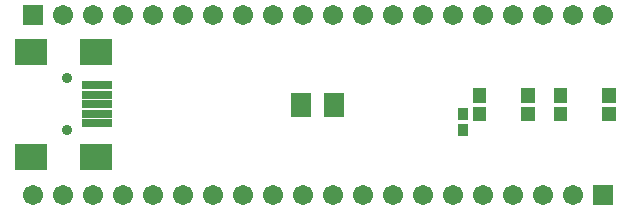
<source format=gts>
G04 DipTrace Beta 2.3.5.2*
%INSolder_Stop_Mask_Top-GMaple-mini.GTS*%
%MOIN*%
%ADD42C,0.0354*%
%ADD48R,0.0356X0.0435*%
%ADD52R,0.1065X0.0868*%
%ADD54R,0.0986X0.0277*%
%ADD56C,0.0671*%
%ADD60R,0.0671X0.0671*%
%ADD64R,0.071X0.0789*%
%FSLAX44Y44*%
G04*
G70*
G90*
G75*
G01*
%LNTopMask*%
%LPD*%
D64*
X13539Y7540D3*
X14641D3*
D60*
X4590Y10540D3*
D56*
X5590D3*
X6590D3*
X7590D3*
X8590D3*
X9590D3*
X10590D3*
X11590D3*
X12590D3*
X13590D3*
X14590D3*
X15590D3*
X16590D3*
X17590D3*
X18590D3*
X19590D3*
X20590D3*
X21590D3*
X22590D3*
X23590D3*
D60*
Y4540D3*
D56*
X22590D3*
X21590D3*
X20590D3*
X19590D3*
X18590D3*
X17590D3*
X16590D3*
X15590D3*
X14590D3*
X13590D3*
X12590D3*
X11590D3*
X10590D3*
X9590D3*
X8590D3*
X7590D3*
X6590D3*
X5590D3*
X4590D3*
D54*
X6740Y8190D3*
Y7875D3*
Y7560D3*
Y7245D3*
Y6930D3*
D52*
X6701Y9312D3*
Y5808D3*
X4535Y9312D3*
Y5808D3*
D42*
X5717Y8426D3*
Y6694D3*
D48*
X18940Y6714D3*
Y7226D3*
G36*
X23580Y8092D2*
X24015D1*
Y7618D1*
X23580D1*
Y8092D1*
G37*
G36*
X21966D2*
X22400D1*
Y7618D1*
X21966D1*
Y8092D1*
G37*
G36*
Y7462D2*
X22400D1*
Y6988D1*
X21966D1*
Y7462D1*
G37*
G36*
X23580D2*
X24015D1*
Y6988D1*
X23580D1*
Y7462D1*
G37*
G36*
X21315Y7618D2*
X20880D1*
Y8092D1*
X21315D1*
Y7618D1*
G37*
G36*
X19700D2*
X19266D1*
Y8092D1*
X19700D1*
Y7618D1*
G37*
G36*
Y6988D2*
X19266D1*
Y7462D1*
X19700D1*
Y6988D1*
G37*
G36*
X21315D2*
X20880D1*
Y7462D1*
X21315D1*
Y6988D1*
G37*
M02*

</source>
